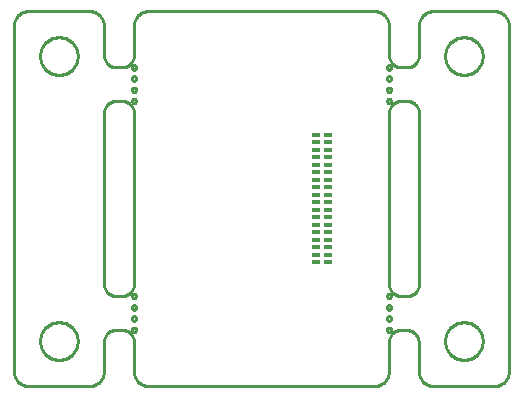
<source format=gbr>
G04 EAGLE Gerber RS-274X export*
G75*
%MOIN*%
%FSLAX34Y34*%
%LPD*%
%INSolderpaste Top*%
%IPPOS*%
%AMOC8*
5,1,8,0,0,1.08239X$1,22.5*%
G01*
%ADD10R,0.030000X0.015000*%
%ADD11C,0.010000*%


D10*
X2470Y-5375D03*
X2470Y-5125D03*
X2470Y-5625D03*
X2470Y-4875D03*
X2470Y-5875D03*
X2470Y-4625D03*
X2470Y-6125D03*
X2470Y-6375D03*
X2470Y-4375D03*
X2470Y-4125D03*
X2070Y-6375D03*
X2070Y-6125D03*
X2070Y-5875D03*
X2070Y-5625D03*
X2070Y-5375D03*
X2070Y-5125D03*
X2070Y-4875D03*
X2070Y-4625D03*
X2470Y-3875D03*
X2470Y-3625D03*
X2470Y-3375D03*
X2470Y-3125D03*
X2470Y-2875D03*
X2470Y-2625D03*
X2470Y-2375D03*
X2470Y-2125D03*
X2070Y-4375D03*
X2070Y-4125D03*
X2070Y-3875D03*
X2070Y-3625D03*
X2070Y-3375D03*
X2070Y-3125D03*
X2070Y-2875D03*
X2070Y-2625D03*
X2070Y-2375D03*
X2070Y-2125D03*
D11*
X-8000Y-10000D02*
X-7998Y-10044D01*
X-7992Y-10087D01*
X-7983Y-10129D01*
X-7970Y-10171D01*
X-7953Y-10211D01*
X-7933Y-10250D01*
X-7910Y-10287D01*
X-7883Y-10321D01*
X-7854Y-10354D01*
X-7821Y-10383D01*
X-7787Y-10410D01*
X-7750Y-10433D01*
X-7711Y-10453D01*
X-7671Y-10470D01*
X-7629Y-10483D01*
X-7587Y-10492D01*
X-7544Y-10498D01*
X-7500Y-10500D01*
X-5500Y-10500D01*
X-5456Y-10498D01*
X-5413Y-10492D01*
X-5371Y-10483D01*
X-5329Y-10470D01*
X-5289Y-10453D01*
X-5250Y-10433D01*
X-5213Y-10410D01*
X-5179Y-10383D01*
X-5146Y-10354D01*
X-5117Y-10321D01*
X-5090Y-10287D01*
X-5067Y-10250D01*
X-5047Y-10211D01*
X-5030Y-10171D01*
X-5017Y-10129D01*
X-5008Y-10087D01*
X-5002Y-10044D01*
X-5000Y-10000D01*
X-5000Y-9025D01*
X-4998Y-8990D01*
X-4994Y-8956D01*
X-4986Y-8921D01*
X-4976Y-8888D01*
X-4963Y-8856D01*
X-4946Y-8825D01*
X-4928Y-8796D01*
X-4906Y-8768D01*
X-4883Y-8742D01*
X-4857Y-8719D01*
X-4829Y-8697D01*
X-4800Y-8679D01*
X-4769Y-8662D01*
X-4737Y-8649D01*
X-4704Y-8639D01*
X-4669Y-8631D01*
X-4635Y-8627D01*
X-4600Y-8625D01*
X-4400Y-8625D01*
X-4365Y-8627D01*
X-4331Y-8631D01*
X-4296Y-8639D01*
X-4263Y-8649D01*
X-4231Y-8662D01*
X-4200Y-8679D01*
X-4171Y-8697D01*
X-4143Y-8719D01*
X-4117Y-8742D01*
X-4094Y-8768D01*
X-4072Y-8796D01*
X-4054Y-8825D01*
X-4037Y-8856D01*
X-4024Y-8888D01*
X-4014Y-8921D01*
X-4006Y-8956D01*
X-4002Y-8990D01*
X-4000Y-9025D01*
X-4000Y-10000D01*
X-3998Y-10044D01*
X-3992Y-10087D01*
X-3983Y-10129D01*
X-3970Y-10171D01*
X-3953Y-10211D01*
X-3933Y-10250D01*
X-3910Y-10287D01*
X-3883Y-10321D01*
X-3854Y-10354D01*
X-3821Y-10383D01*
X-3787Y-10410D01*
X-3750Y-10433D01*
X-3711Y-10453D01*
X-3671Y-10470D01*
X-3629Y-10483D01*
X-3587Y-10492D01*
X-3544Y-10498D01*
X-3500Y-10500D01*
X4000Y-10500D01*
X4044Y-10498D01*
X4087Y-10492D01*
X4129Y-10483D01*
X4171Y-10470D01*
X4211Y-10453D01*
X4250Y-10433D01*
X4287Y-10410D01*
X4321Y-10383D01*
X4354Y-10354D01*
X4383Y-10321D01*
X4410Y-10287D01*
X4433Y-10250D01*
X4453Y-10211D01*
X4470Y-10171D01*
X4483Y-10129D01*
X4492Y-10087D01*
X4498Y-10044D01*
X4500Y-10000D01*
X4500Y-9025D01*
X4502Y-8990D01*
X4506Y-8956D01*
X4514Y-8921D01*
X4524Y-8888D01*
X4537Y-8856D01*
X4554Y-8825D01*
X4572Y-8796D01*
X4594Y-8768D01*
X4617Y-8742D01*
X4643Y-8719D01*
X4671Y-8697D01*
X4700Y-8679D01*
X4731Y-8662D01*
X4763Y-8649D01*
X4796Y-8639D01*
X4831Y-8631D01*
X4865Y-8627D01*
X4900Y-8625D01*
X5100Y-8625D01*
X5140Y-8632D01*
X5179Y-8643D01*
X5218Y-8657D01*
X5254Y-8674D01*
X5290Y-8695D01*
X5323Y-8718D01*
X5354Y-8744D01*
X5383Y-8773D01*
X5409Y-8805D01*
X5432Y-8838D01*
X5452Y-8873D01*
X5469Y-8910D01*
X5483Y-8949D01*
X5493Y-8988D01*
X5500Y-9028D01*
X5504Y-9069D01*
X5504Y-9109D01*
X5500Y-9150D01*
X5500Y-10000D01*
X5502Y-10044D01*
X5508Y-10087D01*
X5517Y-10129D01*
X5530Y-10171D01*
X5547Y-10211D01*
X5567Y-10250D01*
X5590Y-10287D01*
X5617Y-10321D01*
X5646Y-10354D01*
X5679Y-10383D01*
X5713Y-10410D01*
X5750Y-10433D01*
X5789Y-10453D01*
X5829Y-10470D01*
X5871Y-10483D01*
X5913Y-10492D01*
X5956Y-10498D01*
X6000Y-10500D01*
X8000Y-10500D01*
X8044Y-10498D01*
X8087Y-10492D01*
X8129Y-10483D01*
X8171Y-10470D01*
X8211Y-10453D01*
X8250Y-10433D01*
X8287Y-10410D01*
X8321Y-10383D01*
X8354Y-10354D01*
X8383Y-10321D01*
X8410Y-10287D01*
X8433Y-10250D01*
X8453Y-10211D01*
X8470Y-10171D01*
X8483Y-10129D01*
X8492Y-10087D01*
X8498Y-10044D01*
X8500Y-10000D01*
X8500Y1500D01*
X8498Y1544D01*
X8492Y1587D01*
X8483Y1629D01*
X8470Y1671D01*
X8453Y1711D01*
X8433Y1750D01*
X8410Y1787D01*
X8383Y1821D01*
X8354Y1854D01*
X8321Y1883D01*
X8287Y1910D01*
X8250Y1933D01*
X8211Y1953D01*
X8171Y1970D01*
X8129Y1983D01*
X8087Y1992D01*
X8044Y1998D01*
X8000Y2000D01*
X6000Y2000D01*
X5956Y1998D01*
X5913Y1992D01*
X5871Y1983D01*
X5829Y1970D01*
X5789Y1953D01*
X5750Y1933D01*
X5713Y1910D01*
X5679Y1883D01*
X5646Y1854D01*
X5617Y1821D01*
X5590Y1787D01*
X5567Y1750D01*
X5547Y1711D01*
X5530Y1671D01*
X5517Y1629D01*
X5508Y1587D01*
X5502Y1544D01*
X5500Y1500D01*
X5500Y525D01*
X5498Y490D01*
X5494Y456D01*
X5486Y421D01*
X5476Y388D01*
X5463Y356D01*
X5446Y325D01*
X5428Y296D01*
X5406Y268D01*
X5383Y242D01*
X5357Y219D01*
X5329Y197D01*
X5300Y179D01*
X5269Y162D01*
X5237Y149D01*
X5204Y139D01*
X5169Y131D01*
X5135Y127D01*
X5100Y125D01*
X4900Y125D01*
X4865Y127D01*
X4831Y131D01*
X4796Y139D01*
X4763Y149D01*
X4731Y162D01*
X4700Y179D01*
X4671Y197D01*
X4643Y219D01*
X4617Y242D01*
X4594Y268D01*
X4572Y296D01*
X4554Y325D01*
X4537Y356D01*
X4524Y388D01*
X4514Y421D01*
X4506Y456D01*
X4502Y490D01*
X4500Y525D01*
X4500Y1500D01*
X4498Y1544D01*
X4492Y1587D01*
X4483Y1629D01*
X4470Y1671D01*
X4453Y1711D01*
X4433Y1750D01*
X4410Y1787D01*
X4383Y1821D01*
X4354Y1854D01*
X4321Y1883D01*
X4287Y1910D01*
X4250Y1933D01*
X4211Y1953D01*
X4171Y1970D01*
X4129Y1983D01*
X4087Y1992D01*
X4044Y1998D01*
X4000Y2000D01*
X-3500Y2000D01*
X-3544Y1998D01*
X-3587Y1992D01*
X-3629Y1983D01*
X-3671Y1970D01*
X-3711Y1953D01*
X-3750Y1933D01*
X-3787Y1910D01*
X-3821Y1883D01*
X-3854Y1854D01*
X-3883Y1821D01*
X-3910Y1787D01*
X-3933Y1750D01*
X-3953Y1711D01*
X-3970Y1671D01*
X-3983Y1629D01*
X-3992Y1587D01*
X-3998Y1544D01*
X-4000Y1500D01*
X-4000Y525D01*
X-4002Y490D01*
X-4006Y456D01*
X-4014Y421D01*
X-4024Y388D01*
X-4037Y356D01*
X-4054Y325D01*
X-4072Y296D01*
X-4094Y268D01*
X-4117Y242D01*
X-4143Y219D01*
X-4171Y197D01*
X-4200Y179D01*
X-4231Y162D01*
X-4263Y149D01*
X-4296Y139D01*
X-4331Y131D01*
X-4365Y127D01*
X-4400Y125D01*
X-4600Y125D01*
X-4635Y127D01*
X-4669Y131D01*
X-4704Y139D01*
X-4737Y149D01*
X-4769Y162D01*
X-4800Y179D01*
X-4829Y197D01*
X-4857Y219D01*
X-4883Y242D01*
X-4906Y268D01*
X-4928Y296D01*
X-4946Y325D01*
X-4963Y356D01*
X-4976Y388D01*
X-4986Y421D01*
X-4994Y456D01*
X-4998Y490D01*
X-5000Y525D01*
X-5000Y1500D01*
X-5002Y1544D01*
X-5008Y1587D01*
X-5017Y1629D01*
X-5030Y1671D01*
X-5047Y1711D01*
X-5067Y1750D01*
X-5090Y1787D01*
X-5117Y1821D01*
X-5146Y1854D01*
X-5179Y1883D01*
X-5213Y1910D01*
X-5250Y1933D01*
X-5289Y1953D01*
X-5329Y1970D01*
X-5371Y1983D01*
X-5413Y1992D01*
X-5456Y1998D01*
X-5500Y2000D01*
X-7500Y2000D01*
X-7544Y1998D01*
X-7587Y1992D01*
X-7629Y1983D01*
X-7671Y1970D01*
X-7711Y1953D01*
X-7750Y1933D01*
X-7787Y1910D01*
X-7821Y1883D01*
X-7854Y1854D01*
X-7883Y1821D01*
X-7910Y1787D01*
X-7933Y1750D01*
X-7953Y1711D01*
X-7970Y1671D01*
X-7983Y1629D01*
X-7992Y1587D01*
X-7998Y1544D01*
X-8000Y1500D01*
X-8000Y-10000D01*
X4500Y-7100D02*
X4502Y-7135D01*
X4506Y-7169D01*
X4514Y-7204D01*
X4524Y-7237D01*
X4537Y-7269D01*
X4554Y-7300D01*
X4572Y-7329D01*
X4594Y-7357D01*
X4617Y-7383D01*
X4643Y-7406D01*
X4671Y-7428D01*
X4700Y-7446D01*
X4731Y-7463D01*
X4763Y-7476D01*
X4796Y-7486D01*
X4831Y-7494D01*
X4865Y-7498D01*
X4900Y-7500D01*
X5100Y-7500D01*
X5135Y-7498D01*
X5169Y-7494D01*
X5204Y-7486D01*
X5237Y-7476D01*
X5269Y-7463D01*
X5300Y-7446D01*
X5329Y-7428D01*
X5357Y-7406D01*
X5383Y-7383D01*
X5406Y-7357D01*
X5428Y-7329D01*
X5446Y-7300D01*
X5463Y-7269D01*
X5476Y-7237D01*
X5486Y-7204D01*
X5494Y-7169D01*
X5498Y-7135D01*
X5500Y-7100D01*
X5500Y-1400D01*
X5498Y-1365D01*
X5494Y-1331D01*
X5486Y-1296D01*
X5476Y-1263D01*
X5463Y-1231D01*
X5446Y-1200D01*
X5428Y-1171D01*
X5406Y-1143D01*
X5383Y-1117D01*
X5357Y-1094D01*
X5329Y-1072D01*
X5300Y-1054D01*
X5269Y-1037D01*
X5237Y-1024D01*
X5204Y-1014D01*
X5169Y-1006D01*
X5135Y-1002D01*
X5100Y-1000D01*
X4900Y-1000D01*
X4865Y-1002D01*
X4831Y-1006D01*
X4796Y-1014D01*
X4763Y-1024D01*
X4731Y-1037D01*
X4700Y-1054D01*
X4671Y-1072D01*
X4643Y-1094D01*
X4617Y-1117D01*
X4594Y-1143D01*
X4572Y-1171D01*
X4554Y-1200D01*
X4537Y-1231D01*
X4524Y-1263D01*
X4514Y-1296D01*
X4506Y-1331D01*
X4502Y-1365D01*
X4500Y-1400D01*
X4500Y-7100D01*
X-5000Y-7100D02*
X-4998Y-7135D01*
X-4994Y-7169D01*
X-4986Y-7204D01*
X-4976Y-7237D01*
X-4963Y-7269D01*
X-4946Y-7300D01*
X-4928Y-7329D01*
X-4906Y-7357D01*
X-4883Y-7383D01*
X-4857Y-7406D01*
X-4829Y-7428D01*
X-4800Y-7446D01*
X-4769Y-7463D01*
X-4737Y-7476D01*
X-4704Y-7486D01*
X-4669Y-7494D01*
X-4635Y-7498D01*
X-4600Y-7500D01*
X-4400Y-7500D01*
X-4365Y-7498D01*
X-4331Y-7494D01*
X-4296Y-7486D01*
X-4263Y-7476D01*
X-4231Y-7463D01*
X-4200Y-7446D01*
X-4171Y-7428D01*
X-4143Y-7406D01*
X-4117Y-7383D01*
X-4094Y-7357D01*
X-4072Y-7329D01*
X-4054Y-7300D01*
X-4037Y-7269D01*
X-4024Y-7237D01*
X-4014Y-7204D01*
X-4006Y-7169D01*
X-4002Y-7135D01*
X-4000Y-7100D01*
X-4000Y-1400D01*
X-4002Y-1365D01*
X-4006Y-1331D01*
X-4014Y-1296D01*
X-4024Y-1263D01*
X-4037Y-1231D01*
X-4054Y-1200D01*
X-4072Y-1171D01*
X-4094Y-1143D01*
X-4117Y-1117D01*
X-4143Y-1094D01*
X-4171Y-1072D01*
X-4200Y-1054D01*
X-4231Y-1037D01*
X-4263Y-1024D01*
X-4296Y-1014D01*
X-4331Y-1006D01*
X-4365Y-1002D01*
X-4400Y-1000D01*
X-4600Y-1000D01*
X-4635Y-1002D01*
X-4669Y-1006D01*
X-4704Y-1014D01*
X-4737Y-1024D01*
X-4769Y-1037D01*
X-4800Y-1054D01*
X-4829Y-1072D01*
X-4857Y-1094D01*
X-4883Y-1117D01*
X-4906Y-1143D01*
X-4928Y-1171D01*
X-4946Y-1200D01*
X-4963Y-1231D01*
X-4976Y-1263D01*
X-4986Y-1296D01*
X-4994Y-1331D01*
X-4998Y-1365D01*
X-5000Y-1400D01*
X-5000Y-7100D01*
X4575Y-8632D02*
X4572Y-8647D01*
X4566Y-8661D01*
X4558Y-8673D01*
X4548Y-8683D01*
X4536Y-8691D01*
X4522Y-8697D01*
X4507Y-8700D01*
X4493Y-8700D01*
X4478Y-8697D01*
X4464Y-8691D01*
X4452Y-8683D01*
X4442Y-8673D01*
X4434Y-8661D01*
X4428Y-8647D01*
X4425Y-8632D01*
X4425Y-8618D01*
X4428Y-8603D01*
X4434Y-8589D01*
X4442Y-8577D01*
X4452Y-8567D01*
X4464Y-8559D01*
X4478Y-8553D01*
X4493Y-8550D01*
X4507Y-8550D01*
X4522Y-8553D01*
X4536Y-8559D01*
X4548Y-8567D01*
X4558Y-8577D01*
X4566Y-8589D01*
X4572Y-8603D01*
X4575Y-8618D01*
X4575Y-8632D01*
X4575Y-7507D02*
X4572Y-7522D01*
X4566Y-7536D01*
X4558Y-7548D01*
X4548Y-7558D01*
X4536Y-7566D01*
X4522Y-7572D01*
X4507Y-7575D01*
X4493Y-7575D01*
X4478Y-7572D01*
X4464Y-7566D01*
X4452Y-7558D01*
X4442Y-7548D01*
X4434Y-7536D01*
X4428Y-7522D01*
X4425Y-7507D01*
X4425Y-7493D01*
X4428Y-7478D01*
X4434Y-7464D01*
X4442Y-7452D01*
X4452Y-7442D01*
X4464Y-7434D01*
X4478Y-7428D01*
X4493Y-7425D01*
X4507Y-7425D01*
X4522Y-7428D01*
X4536Y-7434D01*
X4548Y-7442D01*
X4558Y-7452D01*
X4566Y-7464D01*
X4572Y-7478D01*
X4575Y-7493D01*
X4575Y-7507D01*
X4575Y-7882D02*
X4572Y-7897D01*
X4566Y-7911D01*
X4558Y-7923D01*
X4548Y-7933D01*
X4536Y-7941D01*
X4522Y-7947D01*
X4507Y-7950D01*
X4493Y-7950D01*
X4478Y-7947D01*
X4464Y-7941D01*
X4452Y-7933D01*
X4442Y-7923D01*
X4434Y-7911D01*
X4428Y-7897D01*
X4425Y-7882D01*
X4425Y-7868D01*
X4428Y-7853D01*
X4434Y-7839D01*
X4442Y-7827D01*
X4452Y-7817D01*
X4464Y-7809D01*
X4478Y-7803D01*
X4493Y-7800D01*
X4507Y-7800D01*
X4522Y-7803D01*
X4536Y-7809D01*
X4548Y-7817D01*
X4558Y-7827D01*
X4566Y-7839D01*
X4572Y-7853D01*
X4575Y-7868D01*
X4575Y-7882D01*
X4575Y-8257D02*
X4572Y-8272D01*
X4566Y-8286D01*
X4558Y-8298D01*
X4548Y-8308D01*
X4536Y-8316D01*
X4522Y-8322D01*
X4507Y-8325D01*
X4493Y-8325D01*
X4478Y-8322D01*
X4464Y-8316D01*
X4452Y-8308D01*
X4442Y-8298D01*
X4434Y-8286D01*
X4428Y-8272D01*
X4425Y-8257D01*
X4425Y-8243D01*
X4428Y-8228D01*
X4434Y-8214D01*
X4442Y-8202D01*
X4452Y-8192D01*
X4464Y-8184D01*
X4478Y-8178D01*
X4493Y-8175D01*
X4507Y-8175D01*
X4522Y-8178D01*
X4536Y-8184D01*
X4548Y-8192D01*
X4558Y-8202D01*
X4566Y-8214D01*
X4572Y-8228D01*
X4575Y-8243D01*
X4575Y-8257D01*
X7625Y-9020D02*
X7622Y-9061D01*
X7617Y-9102D01*
X7609Y-9142D01*
X7598Y-9182D01*
X7585Y-9220D01*
X7570Y-9258D01*
X7551Y-9295D01*
X7531Y-9330D01*
X7508Y-9364D01*
X7483Y-9397D01*
X7456Y-9427D01*
X7427Y-9456D01*
X7397Y-9483D01*
X7364Y-9508D01*
X7330Y-9531D01*
X7295Y-9551D01*
X7258Y-9570D01*
X7220Y-9585D01*
X7182Y-9598D01*
X7142Y-9609D01*
X7102Y-9617D01*
X7061Y-9622D01*
X7020Y-9625D01*
X6980Y-9625D01*
X6939Y-9622D01*
X6898Y-9617D01*
X6858Y-9609D01*
X6818Y-9598D01*
X6780Y-9585D01*
X6742Y-9570D01*
X6705Y-9551D01*
X6670Y-9531D01*
X6636Y-9508D01*
X6603Y-9483D01*
X6573Y-9456D01*
X6544Y-9427D01*
X6517Y-9397D01*
X6492Y-9364D01*
X6469Y-9330D01*
X6449Y-9295D01*
X6430Y-9258D01*
X6415Y-9220D01*
X6402Y-9182D01*
X6391Y-9142D01*
X6383Y-9102D01*
X6378Y-9061D01*
X6375Y-9020D01*
X6375Y-8980D01*
X6378Y-8939D01*
X6383Y-8898D01*
X6391Y-8858D01*
X6402Y-8818D01*
X6415Y-8780D01*
X6430Y-8742D01*
X6449Y-8705D01*
X6469Y-8670D01*
X6492Y-8636D01*
X6517Y-8603D01*
X6544Y-8573D01*
X6573Y-8544D01*
X6603Y-8517D01*
X6636Y-8492D01*
X6670Y-8469D01*
X6705Y-8449D01*
X6742Y-8430D01*
X6780Y-8415D01*
X6818Y-8402D01*
X6858Y-8391D01*
X6898Y-8383D01*
X6939Y-8378D01*
X6980Y-8375D01*
X7020Y-8375D01*
X7061Y-8378D01*
X7102Y-8383D01*
X7142Y-8391D01*
X7182Y-8402D01*
X7220Y-8415D01*
X7258Y-8430D01*
X7295Y-8449D01*
X7330Y-8469D01*
X7364Y-8492D01*
X7397Y-8517D01*
X7427Y-8544D01*
X7456Y-8573D01*
X7483Y-8603D01*
X7508Y-8636D01*
X7531Y-8670D01*
X7551Y-8705D01*
X7570Y-8742D01*
X7585Y-8780D01*
X7598Y-8818D01*
X7609Y-8858D01*
X7617Y-8898D01*
X7622Y-8939D01*
X7625Y-8980D01*
X7625Y-9020D01*
X4575Y-1007D02*
X4572Y-1022D01*
X4566Y-1036D01*
X4558Y-1048D01*
X4548Y-1058D01*
X4536Y-1066D01*
X4522Y-1072D01*
X4507Y-1075D01*
X4493Y-1075D01*
X4478Y-1072D01*
X4464Y-1066D01*
X4452Y-1058D01*
X4442Y-1048D01*
X4434Y-1036D01*
X4428Y-1022D01*
X4425Y-1007D01*
X4425Y-993D01*
X4428Y-978D01*
X4434Y-964D01*
X4442Y-952D01*
X4452Y-942D01*
X4464Y-934D01*
X4478Y-928D01*
X4493Y-925D01*
X4507Y-925D01*
X4522Y-928D01*
X4536Y-934D01*
X4548Y-942D01*
X4558Y-952D01*
X4566Y-964D01*
X4572Y-978D01*
X4575Y-993D01*
X4575Y-1007D01*
X4575Y118D02*
X4572Y103D01*
X4566Y89D01*
X4558Y77D01*
X4548Y67D01*
X4536Y59D01*
X4522Y53D01*
X4507Y50D01*
X4493Y50D01*
X4478Y53D01*
X4464Y59D01*
X4452Y67D01*
X4442Y77D01*
X4434Y89D01*
X4428Y103D01*
X4425Y118D01*
X4425Y132D01*
X4428Y147D01*
X4434Y161D01*
X4442Y173D01*
X4452Y183D01*
X4464Y191D01*
X4478Y197D01*
X4493Y200D01*
X4507Y200D01*
X4522Y197D01*
X4536Y191D01*
X4548Y183D01*
X4558Y173D01*
X4566Y161D01*
X4572Y147D01*
X4575Y132D01*
X4575Y118D01*
X4575Y-257D02*
X4572Y-272D01*
X4566Y-286D01*
X4558Y-298D01*
X4548Y-308D01*
X4536Y-316D01*
X4522Y-322D01*
X4507Y-325D01*
X4493Y-325D01*
X4478Y-322D01*
X4464Y-316D01*
X4452Y-308D01*
X4442Y-298D01*
X4434Y-286D01*
X4428Y-272D01*
X4425Y-257D01*
X4425Y-243D01*
X4428Y-228D01*
X4434Y-214D01*
X4442Y-202D01*
X4452Y-192D01*
X4464Y-184D01*
X4478Y-178D01*
X4493Y-175D01*
X4507Y-175D01*
X4522Y-178D01*
X4536Y-184D01*
X4548Y-192D01*
X4558Y-202D01*
X4566Y-214D01*
X4572Y-228D01*
X4575Y-243D01*
X4575Y-257D01*
X4575Y-632D02*
X4572Y-647D01*
X4566Y-661D01*
X4558Y-673D01*
X4548Y-683D01*
X4536Y-691D01*
X4522Y-697D01*
X4507Y-700D01*
X4493Y-700D01*
X4478Y-697D01*
X4464Y-691D01*
X4452Y-683D01*
X4442Y-673D01*
X4434Y-661D01*
X4428Y-647D01*
X4425Y-632D01*
X4425Y-618D01*
X4428Y-603D01*
X4434Y-589D01*
X4442Y-577D01*
X4452Y-567D01*
X4464Y-559D01*
X4478Y-553D01*
X4493Y-550D01*
X4507Y-550D01*
X4522Y-553D01*
X4536Y-559D01*
X4548Y-567D01*
X4558Y-577D01*
X4566Y-589D01*
X4572Y-603D01*
X4575Y-618D01*
X4575Y-632D01*
X-3925Y-1007D02*
X-3928Y-1022D01*
X-3934Y-1036D01*
X-3942Y-1048D01*
X-3952Y-1058D01*
X-3964Y-1066D01*
X-3978Y-1072D01*
X-3993Y-1075D01*
X-4007Y-1075D01*
X-4022Y-1072D01*
X-4036Y-1066D01*
X-4048Y-1058D01*
X-4058Y-1048D01*
X-4066Y-1036D01*
X-4072Y-1022D01*
X-4075Y-1007D01*
X-4075Y-993D01*
X-4072Y-978D01*
X-4066Y-964D01*
X-4058Y-952D01*
X-4048Y-942D01*
X-4036Y-934D01*
X-4022Y-928D01*
X-4007Y-925D01*
X-3993Y-925D01*
X-3978Y-928D01*
X-3964Y-934D01*
X-3952Y-942D01*
X-3942Y-952D01*
X-3934Y-964D01*
X-3928Y-978D01*
X-3925Y-993D01*
X-3925Y-1007D01*
X-3925Y118D02*
X-3928Y103D01*
X-3934Y89D01*
X-3942Y77D01*
X-3952Y67D01*
X-3964Y59D01*
X-3978Y53D01*
X-3993Y50D01*
X-4007Y50D01*
X-4022Y53D01*
X-4036Y59D01*
X-4048Y67D01*
X-4058Y77D01*
X-4066Y89D01*
X-4072Y103D01*
X-4075Y118D01*
X-4075Y132D01*
X-4072Y147D01*
X-4066Y161D01*
X-4058Y173D01*
X-4048Y183D01*
X-4036Y191D01*
X-4022Y197D01*
X-4007Y200D01*
X-3993Y200D01*
X-3978Y197D01*
X-3964Y191D01*
X-3952Y183D01*
X-3942Y173D01*
X-3934Y161D01*
X-3928Y147D01*
X-3925Y132D01*
X-3925Y118D01*
X-3925Y-257D02*
X-3928Y-272D01*
X-3934Y-286D01*
X-3942Y-298D01*
X-3952Y-308D01*
X-3964Y-316D01*
X-3978Y-322D01*
X-3993Y-325D01*
X-4007Y-325D01*
X-4022Y-322D01*
X-4036Y-316D01*
X-4048Y-308D01*
X-4058Y-298D01*
X-4066Y-286D01*
X-4072Y-272D01*
X-4075Y-257D01*
X-4075Y-243D01*
X-4072Y-228D01*
X-4066Y-214D01*
X-4058Y-202D01*
X-4048Y-192D01*
X-4036Y-184D01*
X-4022Y-178D01*
X-4007Y-175D01*
X-3993Y-175D01*
X-3978Y-178D01*
X-3964Y-184D01*
X-3952Y-192D01*
X-3942Y-202D01*
X-3934Y-214D01*
X-3928Y-228D01*
X-3925Y-243D01*
X-3925Y-257D01*
X-3925Y-632D02*
X-3928Y-647D01*
X-3934Y-661D01*
X-3942Y-673D01*
X-3952Y-683D01*
X-3964Y-691D01*
X-3978Y-697D01*
X-3993Y-700D01*
X-4007Y-700D01*
X-4022Y-697D01*
X-4036Y-691D01*
X-4048Y-683D01*
X-4058Y-673D01*
X-4066Y-661D01*
X-4072Y-647D01*
X-4075Y-632D01*
X-4075Y-618D01*
X-4072Y-603D01*
X-4066Y-589D01*
X-4058Y-577D01*
X-4048Y-567D01*
X-4036Y-559D01*
X-4022Y-553D01*
X-4007Y-550D01*
X-3993Y-550D01*
X-3978Y-553D01*
X-3964Y-559D01*
X-3952Y-567D01*
X-3942Y-577D01*
X-3934Y-589D01*
X-3928Y-603D01*
X-3925Y-618D01*
X-3925Y-632D01*
X-3925Y-8632D02*
X-3928Y-8647D01*
X-3934Y-8661D01*
X-3942Y-8673D01*
X-3952Y-8683D01*
X-3964Y-8691D01*
X-3978Y-8697D01*
X-3993Y-8700D01*
X-4007Y-8700D01*
X-4022Y-8697D01*
X-4036Y-8691D01*
X-4048Y-8683D01*
X-4058Y-8673D01*
X-4066Y-8661D01*
X-4072Y-8647D01*
X-4075Y-8632D01*
X-4075Y-8618D01*
X-4072Y-8603D01*
X-4066Y-8589D01*
X-4058Y-8577D01*
X-4048Y-8567D01*
X-4036Y-8559D01*
X-4022Y-8553D01*
X-4007Y-8550D01*
X-3993Y-8550D01*
X-3978Y-8553D01*
X-3964Y-8559D01*
X-3952Y-8567D01*
X-3942Y-8577D01*
X-3934Y-8589D01*
X-3928Y-8603D01*
X-3925Y-8618D01*
X-3925Y-8632D01*
X-3925Y-7507D02*
X-3928Y-7522D01*
X-3934Y-7536D01*
X-3942Y-7548D01*
X-3952Y-7558D01*
X-3964Y-7566D01*
X-3978Y-7572D01*
X-3993Y-7575D01*
X-4007Y-7575D01*
X-4022Y-7572D01*
X-4036Y-7566D01*
X-4048Y-7558D01*
X-4058Y-7548D01*
X-4066Y-7536D01*
X-4072Y-7522D01*
X-4075Y-7507D01*
X-4075Y-7493D01*
X-4072Y-7478D01*
X-4066Y-7464D01*
X-4058Y-7452D01*
X-4048Y-7442D01*
X-4036Y-7434D01*
X-4022Y-7428D01*
X-4007Y-7425D01*
X-3993Y-7425D01*
X-3978Y-7428D01*
X-3964Y-7434D01*
X-3952Y-7442D01*
X-3942Y-7452D01*
X-3934Y-7464D01*
X-3928Y-7478D01*
X-3925Y-7493D01*
X-3925Y-7507D01*
X-3925Y-7882D02*
X-3928Y-7897D01*
X-3934Y-7911D01*
X-3942Y-7923D01*
X-3952Y-7933D01*
X-3964Y-7941D01*
X-3978Y-7947D01*
X-3993Y-7950D01*
X-4007Y-7950D01*
X-4022Y-7947D01*
X-4036Y-7941D01*
X-4048Y-7933D01*
X-4058Y-7923D01*
X-4066Y-7911D01*
X-4072Y-7897D01*
X-4075Y-7882D01*
X-4075Y-7868D01*
X-4072Y-7853D01*
X-4066Y-7839D01*
X-4058Y-7827D01*
X-4048Y-7817D01*
X-4036Y-7809D01*
X-4022Y-7803D01*
X-4007Y-7800D01*
X-3993Y-7800D01*
X-3978Y-7803D01*
X-3964Y-7809D01*
X-3952Y-7817D01*
X-3942Y-7827D01*
X-3934Y-7839D01*
X-3928Y-7853D01*
X-3925Y-7868D01*
X-3925Y-7882D01*
X-3925Y-8257D02*
X-3928Y-8272D01*
X-3934Y-8286D01*
X-3942Y-8298D01*
X-3952Y-8308D01*
X-3964Y-8316D01*
X-3978Y-8322D01*
X-3993Y-8325D01*
X-4007Y-8325D01*
X-4022Y-8322D01*
X-4036Y-8316D01*
X-4048Y-8308D01*
X-4058Y-8298D01*
X-4066Y-8286D01*
X-4072Y-8272D01*
X-4075Y-8257D01*
X-4075Y-8243D01*
X-4072Y-8228D01*
X-4066Y-8214D01*
X-4058Y-8202D01*
X-4048Y-8192D01*
X-4036Y-8184D01*
X-4022Y-8178D01*
X-4007Y-8175D01*
X-3993Y-8175D01*
X-3978Y-8178D01*
X-3964Y-8184D01*
X-3952Y-8192D01*
X-3942Y-8202D01*
X-3934Y-8214D01*
X-3928Y-8228D01*
X-3925Y-8243D01*
X-3925Y-8257D01*
X7625Y480D02*
X7622Y439D01*
X7617Y398D01*
X7609Y358D01*
X7598Y318D01*
X7585Y280D01*
X7570Y242D01*
X7551Y205D01*
X7531Y170D01*
X7508Y136D01*
X7483Y103D01*
X7456Y73D01*
X7427Y44D01*
X7397Y17D01*
X7364Y-8D01*
X7330Y-31D01*
X7295Y-51D01*
X7258Y-70D01*
X7220Y-85D01*
X7182Y-98D01*
X7142Y-109D01*
X7102Y-117D01*
X7061Y-122D01*
X7020Y-125D01*
X6980Y-125D01*
X6939Y-122D01*
X6898Y-117D01*
X6858Y-109D01*
X6818Y-98D01*
X6780Y-85D01*
X6742Y-70D01*
X6705Y-51D01*
X6670Y-31D01*
X6636Y-8D01*
X6603Y17D01*
X6573Y44D01*
X6544Y73D01*
X6517Y103D01*
X6492Y136D01*
X6469Y170D01*
X6449Y205D01*
X6430Y242D01*
X6415Y280D01*
X6402Y318D01*
X6391Y358D01*
X6383Y398D01*
X6378Y439D01*
X6375Y480D01*
X6375Y520D01*
X6378Y561D01*
X6383Y602D01*
X6391Y642D01*
X6402Y682D01*
X6415Y720D01*
X6430Y758D01*
X6449Y795D01*
X6469Y830D01*
X6492Y864D01*
X6517Y897D01*
X6544Y927D01*
X6573Y956D01*
X6603Y983D01*
X6636Y1008D01*
X6670Y1031D01*
X6705Y1051D01*
X6742Y1070D01*
X6780Y1085D01*
X6818Y1098D01*
X6858Y1109D01*
X6898Y1117D01*
X6939Y1122D01*
X6980Y1125D01*
X7020Y1125D01*
X7061Y1122D01*
X7102Y1117D01*
X7142Y1109D01*
X7182Y1098D01*
X7220Y1085D01*
X7258Y1070D01*
X7295Y1051D01*
X7330Y1031D01*
X7364Y1008D01*
X7397Y983D01*
X7427Y956D01*
X7456Y927D01*
X7483Y897D01*
X7508Y864D01*
X7531Y830D01*
X7551Y795D01*
X7570Y758D01*
X7585Y720D01*
X7598Y682D01*
X7609Y642D01*
X7617Y602D01*
X7622Y561D01*
X7625Y520D01*
X7625Y480D01*
X-5875Y480D02*
X-5878Y439D01*
X-5883Y398D01*
X-5891Y358D01*
X-5902Y318D01*
X-5915Y280D01*
X-5930Y242D01*
X-5949Y205D01*
X-5969Y170D01*
X-5992Y136D01*
X-6017Y103D01*
X-6044Y73D01*
X-6073Y44D01*
X-6103Y17D01*
X-6136Y-8D01*
X-6170Y-31D01*
X-6205Y-51D01*
X-6242Y-70D01*
X-6280Y-85D01*
X-6318Y-98D01*
X-6358Y-109D01*
X-6398Y-117D01*
X-6439Y-122D01*
X-6480Y-125D01*
X-6520Y-125D01*
X-6561Y-122D01*
X-6602Y-117D01*
X-6642Y-109D01*
X-6682Y-98D01*
X-6720Y-85D01*
X-6758Y-70D01*
X-6795Y-51D01*
X-6830Y-31D01*
X-6864Y-8D01*
X-6897Y17D01*
X-6927Y44D01*
X-6956Y73D01*
X-6983Y103D01*
X-7008Y136D01*
X-7031Y170D01*
X-7051Y205D01*
X-7070Y242D01*
X-7085Y280D01*
X-7098Y318D01*
X-7109Y358D01*
X-7117Y398D01*
X-7122Y439D01*
X-7125Y480D01*
X-7125Y520D01*
X-7122Y561D01*
X-7117Y602D01*
X-7109Y642D01*
X-7098Y682D01*
X-7085Y720D01*
X-7070Y758D01*
X-7051Y795D01*
X-7031Y830D01*
X-7008Y864D01*
X-6983Y897D01*
X-6956Y927D01*
X-6927Y956D01*
X-6897Y983D01*
X-6864Y1008D01*
X-6830Y1031D01*
X-6795Y1051D01*
X-6758Y1070D01*
X-6720Y1085D01*
X-6682Y1098D01*
X-6642Y1109D01*
X-6602Y1117D01*
X-6561Y1122D01*
X-6520Y1125D01*
X-6480Y1125D01*
X-6439Y1122D01*
X-6398Y1117D01*
X-6358Y1109D01*
X-6318Y1098D01*
X-6280Y1085D01*
X-6242Y1070D01*
X-6205Y1051D01*
X-6170Y1031D01*
X-6136Y1008D01*
X-6103Y983D01*
X-6073Y956D01*
X-6044Y927D01*
X-6017Y897D01*
X-5992Y864D01*
X-5969Y830D01*
X-5949Y795D01*
X-5930Y758D01*
X-5915Y720D01*
X-5902Y682D01*
X-5891Y642D01*
X-5883Y602D01*
X-5878Y561D01*
X-5875Y520D01*
X-5875Y480D01*
X-5875Y-9020D02*
X-5878Y-9061D01*
X-5883Y-9102D01*
X-5891Y-9142D01*
X-5902Y-9182D01*
X-5915Y-9220D01*
X-5930Y-9258D01*
X-5949Y-9295D01*
X-5969Y-9330D01*
X-5992Y-9364D01*
X-6017Y-9397D01*
X-6044Y-9427D01*
X-6073Y-9456D01*
X-6103Y-9483D01*
X-6136Y-9508D01*
X-6170Y-9531D01*
X-6205Y-9551D01*
X-6242Y-9570D01*
X-6280Y-9585D01*
X-6318Y-9598D01*
X-6358Y-9609D01*
X-6398Y-9617D01*
X-6439Y-9622D01*
X-6480Y-9625D01*
X-6520Y-9625D01*
X-6561Y-9622D01*
X-6602Y-9617D01*
X-6642Y-9609D01*
X-6682Y-9598D01*
X-6720Y-9585D01*
X-6758Y-9570D01*
X-6795Y-9551D01*
X-6830Y-9531D01*
X-6864Y-9508D01*
X-6897Y-9483D01*
X-6927Y-9456D01*
X-6956Y-9427D01*
X-6983Y-9397D01*
X-7008Y-9364D01*
X-7031Y-9330D01*
X-7051Y-9295D01*
X-7070Y-9258D01*
X-7085Y-9220D01*
X-7098Y-9182D01*
X-7109Y-9142D01*
X-7117Y-9102D01*
X-7122Y-9061D01*
X-7125Y-9020D01*
X-7125Y-8980D01*
X-7122Y-8939D01*
X-7117Y-8898D01*
X-7109Y-8858D01*
X-7098Y-8818D01*
X-7085Y-8780D01*
X-7070Y-8742D01*
X-7051Y-8705D01*
X-7031Y-8670D01*
X-7008Y-8636D01*
X-6983Y-8603D01*
X-6956Y-8573D01*
X-6927Y-8544D01*
X-6897Y-8517D01*
X-6864Y-8492D01*
X-6830Y-8469D01*
X-6795Y-8449D01*
X-6758Y-8430D01*
X-6720Y-8415D01*
X-6682Y-8402D01*
X-6642Y-8391D01*
X-6602Y-8383D01*
X-6561Y-8378D01*
X-6520Y-8375D01*
X-6480Y-8375D01*
X-6439Y-8378D01*
X-6398Y-8383D01*
X-6358Y-8391D01*
X-6318Y-8402D01*
X-6280Y-8415D01*
X-6242Y-8430D01*
X-6205Y-8449D01*
X-6170Y-8469D01*
X-6136Y-8492D01*
X-6103Y-8517D01*
X-6073Y-8544D01*
X-6044Y-8573D01*
X-6017Y-8603D01*
X-5992Y-8636D01*
X-5969Y-8670D01*
X-5949Y-8705D01*
X-5930Y-8742D01*
X-5915Y-8780D01*
X-5902Y-8818D01*
X-5891Y-8858D01*
X-5883Y-8898D01*
X-5878Y-8939D01*
X-5875Y-8980D01*
X-5875Y-9020D01*
M02*

</source>
